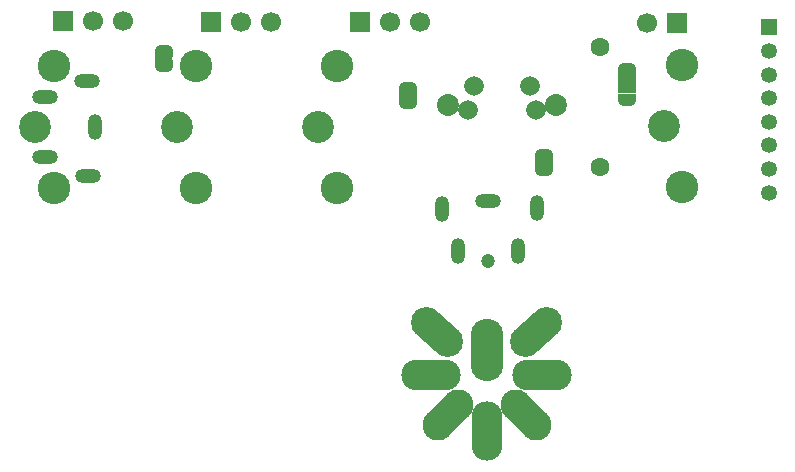
<source format=gbr>
%TF.GenerationSoftware,KiCad,Pcbnew,9.0.4*%
%TF.CreationDate,2025-10-08T09:42:32-04:00*%
%TF.ProjectId,C64-128AVS,4336342d-3132-4384-9156-532e6b696361,rev?*%
%TF.SameCoordinates,Original*%
%TF.FileFunction,Soldermask,Bot*%
%TF.FilePolarity,Negative*%
%FSLAX46Y46*%
G04 Gerber Fmt 4.6, Leading zero omitted, Abs format (unit mm)*
G04 Created by KiCad (PCBNEW 9.0.4) date 2025-10-08 09:42:32*
%MOMM*%
%LPD*%
G01*
G04 APERTURE LIST*
G04 Aperture macros list*
%AMHorizOval*
0 Thick line with rounded ends*
0 $1 width*
0 $2 $3 position (X,Y) of the first rounded end (center of the circle)*
0 $4 $5 position (X,Y) of the second rounded end (center of the circle)*
0 Add line between two ends*
20,1,$1,$2,$3,$4,$5,0*
0 Add two circle primitives to create the rounded ends*
1,1,$1,$2,$3*
1,1,$1,$4,$5*%
%AMFreePoly0*
4,1,23,0.500000,-0.750000,0.000000,-0.750000,0.000000,-0.745722,-0.065263,-0.745722,-0.191342,-0.711940,-0.304381,-0.646677,-0.396677,-0.554381,-0.461940,-0.441342,-0.495722,-0.315263,-0.495722,-0.250000,-0.500000,-0.250000,-0.500000,0.250000,-0.495722,0.250000,-0.495722,0.315263,-0.461940,0.441342,-0.396677,0.554381,-0.304381,0.646677,-0.191342,0.711940,-0.065263,0.745722,0.000000,0.745722,
0.000000,0.750000,0.500000,0.750000,0.500000,-0.750000,0.500000,-0.750000,$1*%
%AMFreePoly1*
4,1,23,0.000000,0.745722,0.065263,0.745722,0.191342,0.711940,0.304381,0.646677,0.396677,0.554381,0.461940,0.441342,0.495722,0.315263,0.495722,0.250000,0.500000,0.250000,0.500000,-0.250000,0.495722,-0.250000,0.495722,-0.315263,0.461940,-0.441342,0.396677,-0.554381,0.304381,-0.646677,0.191342,-0.711940,0.065263,-0.745722,0.000000,-0.745722,0.000000,-0.750000,-0.500000,-0.750000,
-0.500000,0.750000,0.000000,0.750000,0.000000,0.745722,0.000000,0.745722,$1*%
%AMFreePoly2*
4,1,23,0.550000,-0.750000,0.000000,-0.750000,0.000000,-0.745722,-0.065263,-0.745722,-0.191342,-0.711940,-0.304381,-0.646677,-0.396677,-0.554381,-0.461940,-0.441342,-0.495722,-0.315263,-0.495722,-0.250000,-0.500000,-0.250000,-0.500000,0.250000,-0.495722,0.250000,-0.495722,0.315263,-0.461940,0.441342,-0.396677,0.554381,-0.304381,0.646677,-0.191342,0.711940,-0.065263,0.745722,0.000000,0.745722,
0.000000,0.750000,0.550000,0.750000,0.550000,-0.750000,0.550000,-0.750000,$1*%
%AMFreePoly3*
4,1,23,0.000000,0.745722,0.065263,0.745722,0.191342,0.711940,0.304381,0.646677,0.396677,0.554381,0.461940,0.441342,0.495722,0.315263,0.495722,0.250000,0.500000,0.250000,0.500000,-0.250000,0.495722,-0.250000,0.495722,-0.315263,0.461940,-0.441342,0.396677,-0.554381,0.304381,-0.646677,0.191342,-0.711940,0.065263,-0.745722,0.000000,-0.745722,0.000000,-0.750000,-0.550000,-0.750000,
-0.550000,0.750000,0.000000,0.750000,0.000000,0.745722,0.000000,0.745722,$1*%
G04 Aperture macros list end*
%ADD10C,0.000000*%
%ADD11O,2.200000X1.200000*%
%ADD12O,1.200000X2.200000*%
%ADD13R,1.700000X1.700000*%
%ADD14C,1.700000*%
%ADD15C,1.600200*%
%ADD16C,1.660400*%
%ADD17C,1.860400*%
%ADD18R,1.350000X1.350000*%
%ADD19C,1.350000*%
%ADD20C,1.200000*%
%ADD21C,2.743200*%
%ADD22C,2.703200*%
%ADD23FreePoly0,270.000000*%
%ADD24FreePoly1,270.000000*%
%ADD25O,5.029200X2.616200*%
%ADD26O,2.616200X5.029200*%
%ADD27HorizOval,2.616200X0.853124X-0.853124X-0.853124X0.853124X0*%
%ADD28HorizOval,2.616200X-0.853124X-0.853124X0.853124X0.853124X0*%
%ADD29O,2.743200X5.283200*%
%ADD30HorizOval,2.616200X0.896604X0.807306X-0.896604X-0.807306X0*%
%ADD31HorizOval,2.616200X-0.896604X0.807306X0.896604X-0.807306X0*%
%ADD32FreePoly0,90.000000*%
%ADD33FreePoly1,90.000000*%
%ADD34FreePoly2,270.000000*%
%ADD35R,1.500000X1.000000*%
%ADD36FreePoly3,270.000000*%
G04 APERTURE END LIST*
D10*
%TO.C,JP4*%
G36*
X138037000Y-92438601D02*
G01*
X136537000Y-92438601D01*
X136537000Y-92138601D01*
X138037000Y-92138601D01*
X138037000Y-92438601D01*
G37*
%TO.C,JP3*%
G36*
X158712600Y-95613601D02*
G01*
X157212600Y-95613601D01*
X157212600Y-95313601D01*
X158712600Y-95313601D01*
X158712600Y-95613601D01*
G37*
%TO.C,JP5*%
G36*
X177300000Y-95250000D02*
G01*
X175800000Y-95250000D01*
X175800000Y-93750000D01*
X177300000Y-93750000D01*
X177300000Y-95250000D01*
G37*
%TO.C,JP2*%
G36*
X170225000Y-101275000D02*
G01*
X168725000Y-101275000D01*
X168725000Y-100975000D01*
X170225000Y-100975000D01*
X170225000Y-101275000D01*
G37*
%TD*%
D11*
%TO.C,J12*%
X130860800Y-102285800D03*
X127254000Y-100660200D03*
D12*
X131470399Y-98120200D03*
D11*
X130810000Y-94208600D03*
X127254000Y-95580200D03*
%TD*%
D13*
%TO.C,J7*%
X128820001Y-89175000D03*
D14*
X131360001Y-89175000D03*
X133900000Y-89175000D03*
%TD*%
D15*
%TO.C,R1*%
X174275000Y-101525000D03*
X174275000Y-91365002D03*
%TD*%
D13*
%TO.C,J8*%
X141295001Y-89200000D03*
D14*
X143835001Y-89200000D03*
X146375000Y-89200000D03*
%TD*%
D16*
%TO.C,J1*%
X168850000Y-96650000D03*
X163050000Y-96650000D03*
X168350000Y-94650000D03*
X163550000Y-94650000D03*
D17*
X170550000Y-96250000D03*
X161350000Y-96250000D03*
%TD*%
D18*
%TO.C,J11*%
X188525000Y-89675000D03*
D19*
X188525000Y-91675000D03*
X188525000Y-93675000D03*
X188525000Y-95675000D03*
X188525000Y-97675000D03*
X188525000Y-99675000D03*
X188525000Y-101675000D03*
X188525000Y-103675000D03*
%TD*%
D20*
%TO.C,J13*%
X164736600Y-109444600D03*
D12*
X168902200Y-104974200D03*
X167276600Y-108581000D03*
D11*
X164736600Y-104364601D03*
D12*
X160825000Y-105025000D03*
X162196600Y-108581000D03*
%TD*%
D21*
%TO.C,J6*%
X181225000Y-103200000D03*
X181225000Y-92900000D03*
D22*
X179625000Y-98050000D03*
%TD*%
D21*
%TO.C,J3*%
X128000000Y-103250000D03*
X128000000Y-92950000D03*
D22*
X126400000Y-98100000D03*
%TD*%
D13*
%TO.C,J10*%
X180785000Y-89340000D03*
D14*
X178245000Y-89340000D03*
%TD*%
D21*
%TO.C,J5*%
X152000000Y-103250000D03*
X152000000Y-92950000D03*
D22*
X150400000Y-98100000D03*
%TD*%
D13*
%TO.C,J9*%
X153882501Y-89200000D03*
D14*
X156422501Y-89200000D03*
X158962500Y-89200000D03*
%TD*%
D21*
%TO.C,J4*%
X140000000Y-103250000D03*
X140000000Y-92950000D03*
D22*
X138400000Y-98100000D03*
%TD*%
D23*
%TO.C,JP4*%
X137287000Y-91638602D03*
D24*
X137287000Y-92938600D03*
%TD*%
D25*
%TO.C,J2*%
X169363607Y-119150856D03*
D26*
X164657107Y-123857356D03*
D25*
X159950607Y-119150856D03*
D27*
X167980231Y-122473980D03*
D28*
X161333983Y-122473980D03*
D29*
X164657107Y-116980856D03*
D30*
X168853711Y-115443550D03*
D31*
X160460503Y-115443550D03*
%TD*%
D32*
%TO.C,JP3*%
X157962600Y-96113600D03*
D33*
X157962600Y-94813602D03*
%TD*%
D34*
%TO.C,JP5*%
X176550000Y-93200000D03*
D35*
X176550000Y-94500000D03*
D36*
X176550000Y-95800000D03*
%TD*%
D23*
%TO.C,JP2*%
X169475000Y-100475001D03*
D24*
X169475000Y-101774999D03*
%TD*%
M02*

</source>
